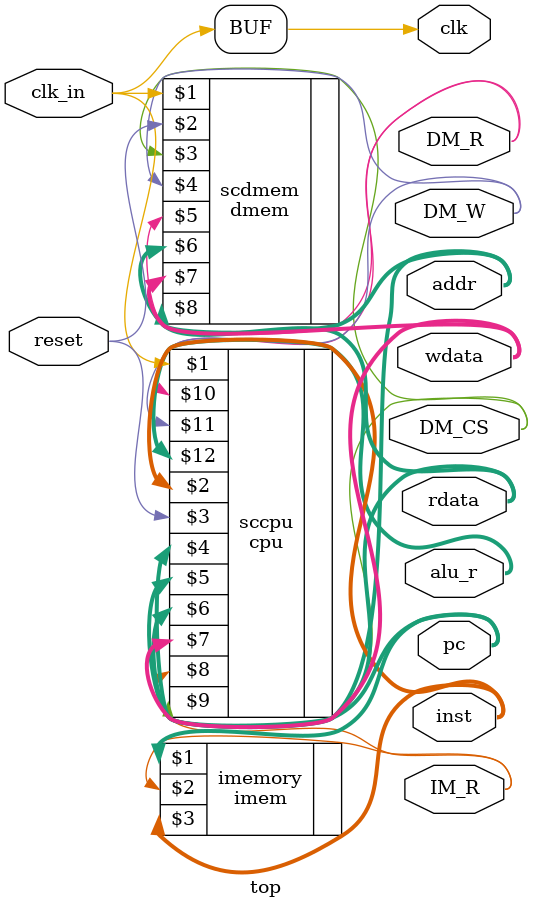
<source format=v>
`timescale 1ns / 1ps

module top(
  input clk_in,
  input reset,
  output clk,
  output [31:0]pc,
  output [31:0]inst,
  output [31:0]addr,
  output [31:0]rdata,
  output [31:0]wdata,
  output IM_R,
  output DM_CS,
  output DM_R,
  output DM_W,
  output [31:0]alu_r);
    
  assign clk = clk_in;
    
  cpu sccpu(clk_in,inst,reset,rdata,pc,addr,wdata,IM_R,DM_CS,DM_R,DM_W,alu_r);
                
  imem imemory(pc, IM_R, inst);
  
  dmem scdmem(clk_in,reset,DM_CS,DM_W,DM_R,addr,wdata,rdata);
endmodule

</source>
